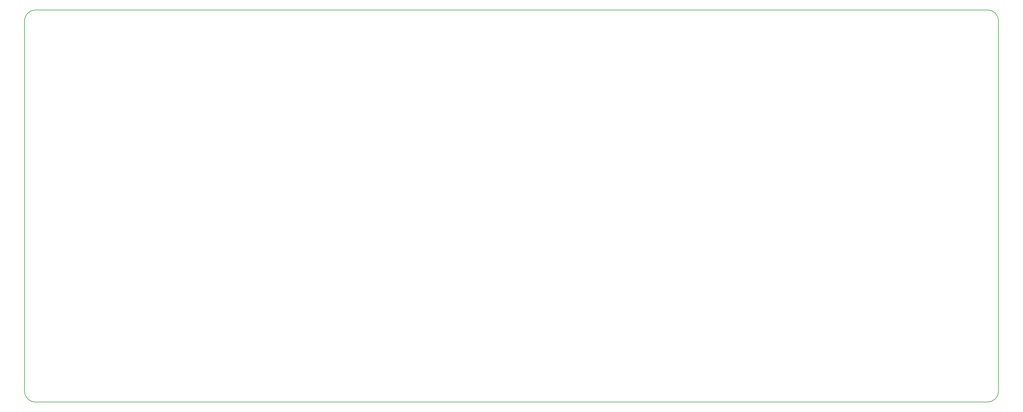
<source format=gbr>
G04 #@! TF.GenerationSoftware,KiCad,Pcbnew,(5.0.0)*
G04 #@! TF.CreationDate,2019-07-26T01:09:39-04:00*
G04 #@! TF.ProjectId,discipline-pcb,6469736369706C696E652D7063622E6B,rev?*
G04 #@! TF.SameCoordinates,Original*
G04 #@! TF.FileFunction,Profile,NP*
%FSLAX46Y46*%
G04 Gerber Fmt 4.6, Leading zero omitted, Abs format (unit mm)*
G04 Created by KiCad (PCBNEW (5.0.0)) date 07/26/19 01:09:39*
%MOMM*%
%LPD*%
G01*
G04 APERTURE LIST*
%ADD10C,0.150000*%
G04 APERTURE END LIST*
D10*
X362129784Y-175749849D02*
X63852975Y-175749849D01*
X365436843Y-56249439D02*
X365436843Y-172442790D01*
X63849975Y-52942380D02*
X362129784Y-52942380D01*
X60542916Y-172445789D02*
X60542916Y-56249439D01*
X362129784Y-52942380D02*
G75*
G02X365436843Y-56249439I0J-3307059D01*
G01*
X365436843Y-172442790D02*
G75*
G02X362129784Y-175749849I-3307059J0D01*
G01*
X63852975Y-175749848D02*
G75*
G02X60542916Y-172445789I-3000J3307059D01*
G01*
X60542916Y-56249439D02*
G75*
G02X63849975Y-52942380I3307059J0D01*
G01*
M02*

</source>
